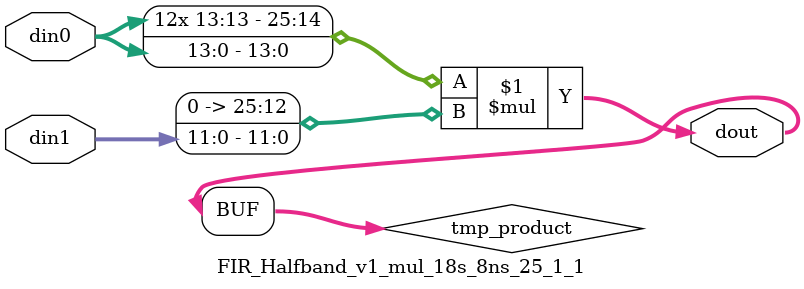
<source format=v>

`timescale 1 ns / 1 ps

 module FIR_Halfband_v1_mul_18s_8ns_25_1_1(din0, din1, dout);
parameter ID = 1;
parameter NUM_STAGE = 0;
parameter din0_WIDTH = 14;
parameter din1_WIDTH = 12;
parameter dout_WIDTH = 26;

input [din0_WIDTH - 1 : 0] din0; 
input [din1_WIDTH - 1 : 0] din1; 
output [dout_WIDTH - 1 : 0] dout;

wire signed [dout_WIDTH - 1 : 0] tmp_product;


























assign tmp_product = $signed(din0) * $signed({1'b0, din1});









assign dout = tmp_product;





















endmodule

</source>
